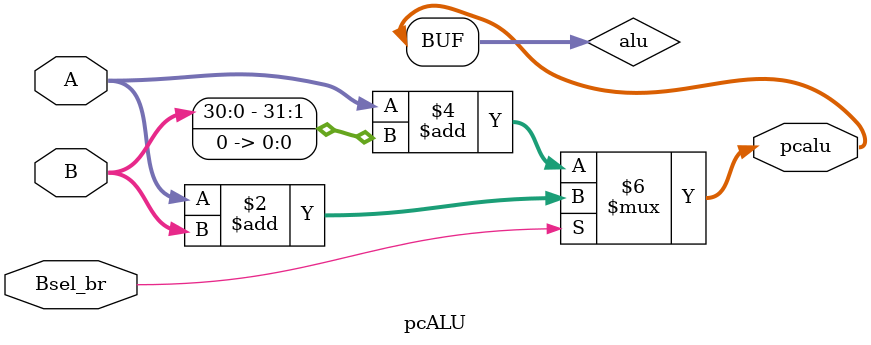
<source format=v>
module pcALU(A,B,pcalu, Bsel_br);

input[31:0] A,B;
input Bsel_br;
output [31:0] pcalu;
reg [31:0] alu;

always@(*)
begin

if(Bsel_br)
	begin
		alu = $signed(A) + $signed(B);
	end
	else
	begin
		/*if(B[31])
		alu = A - ((~B[31:0] + 1) >> 1);
		else
		alu = A + (B >> 1);
		*/
		alu = $signed(A) + $signed(B<<1);
	end
	
end
assign pcalu = alu;

endmodule

</source>
